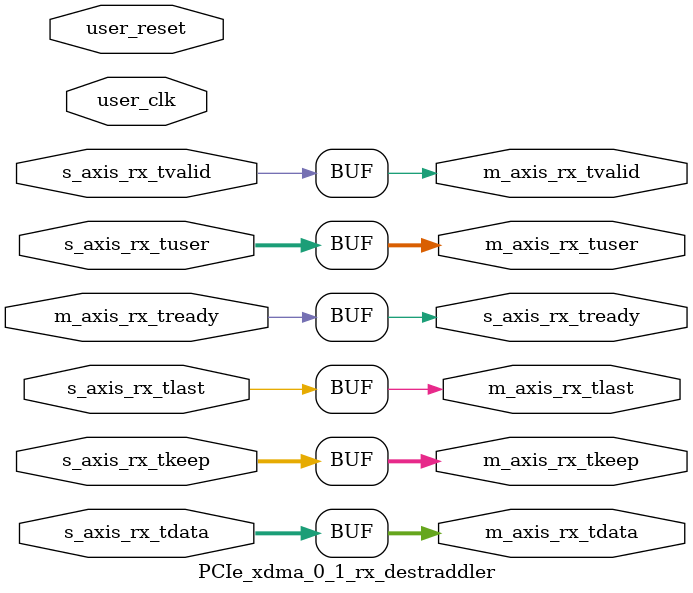
<source format=sv>


`timescale 1ps/1ps

module PCIe_xdma_0_1_rx_destraddler #(
  parameter C_AXI_DATA_WIDTH = 64,                     // RX/TX interface data width
  parameter C_KEEP_WIDTH     = C_AXI_DATA_WIDTH/8,     // TKEEP width
  parameter TCQ              = 1                       // Clock to Q time

  ) (

  input                         user_clk,
  input                         user_reset,

  //-------------------------------------------------
  // AXI-S RX Interface from PCIe Hard Block
  //-------------------------------------------------
  input  [C_AXI_DATA_WIDTH-1:0] s_axis_rx_tdata,       // RX data
  input                         s_axis_rx_tvalid,      // RX data is valid
  output reg                    s_axis_rx_tready,      // RX ready for data
  input      [C_KEEP_WIDTH-1:0] s_axis_rx_tkeep,       // RX strobe byte enables
  input                         s_axis_rx_tlast,       // RX data is last
  input                  [21:0] s_axis_rx_tuser,       // RX user signals

  //-------------------------------------------------
  // AXI-S RX Interface to RX Demux
  //-------------------------------------------------
  output reg [C_AXI_DATA_WIDTH-1:0] m_axis_rx_tdata,       // RX data
  output reg                        m_axis_rx_tvalid,      // RX data is valid
  input                             m_axis_rx_tready,      // RX ready for data
  output reg    [C_KEEP_WIDTH-1:0]  m_axis_rx_tkeep,       // RX strobe byte enables
  output reg                        m_axis_rx_tlast,       // RX data is last
  output reg                [21:0]  m_axis_rx_tuser        // RX user signals

);

generate
if(C_AXI_DATA_WIDTH == 128) begin : data_width_128

  // Local parameters

  localparam NORMAL_PACKET    = 2'b00;
  localparam STRADDLED_PACKET = 2'b01;
  localparam THROTTLE_TLP     = 2'b10;

  // Wire and Register Declarations

  reg [1:0]  state;
  reg [63:0] prev_data_half;
  reg [7:0]  prev_keep_half;
  reg [21:0] prev_user_half;


  always @(posedge user_clk) begin

    if (user_reset) begin

      state <= #TCQ NORMAL_PACKET;

    end else begin

      if (m_axis_rx_tready) begin

        // Store higher DWs in case it's straddled packet
        prev_data_half <= #TCQ s_axis_rx_tdata[127:64];
        prev_keep_half <= #TCQ s_axis_rx_tkeep[15:8];
        prev_user_half <= #TCQ s_axis_rx_tuser;

        case (state)

        NORMAL_PACKET: begin

          if (s_axis_rx_tuser[14] && s_axis_rx_tuser[13]) begin // SOF && Start @ DW2/3

            state           <= #TCQ STRADDLED_PACKET;

          end

        end // NORMAL_PACKET

        STRADDLED_PACKET: begin

          if (s_axis_rx_tuser[21] && !s_axis_rx_tuser[14]) begin // EOF && !SOF

            if (s_axis_rx_tuser[20]) begin          // EOF @ DW2/3
              state           <= #TCQ THROTTLE_TLP;
            end else begin                          // EOF @ DW0/1
              state           <= #TCQ NORMAL_PACKET;
            end

          end // EOF && !SOF

          // Note for all possible conditions in this state:
          // else if EOF && SOF  : SOF can only start @ DW2/3, so EOF can only be @ DW0/1. Stay in this state
          // else if !EOF && SOF : Will never have SOF only in this state. Stay in this state
          // else if !EOF && !SOF: No change. Stay in this state

        end // STRADDLED_PACKET

        THROTTLE_TLP: begin

          state <= #TCQ NORMAL_PACKET;

        end // THROTTLE_TLP

        default: begin

          state <= #TCQ NORMAL_PACKET;

        end // default

        endcase

      end // s_axis_rx_tready
    end // reset
  end // always

  always @(*) begin

      case (state)

      NORMAL_PACKET: begin

        m_axis_rx_tdata  = s_axis_rx_tdata;
        m_axis_rx_tvalid = s_axis_rx_tvalid;
        s_axis_rx_tready = m_axis_rx_tready;
        m_axis_rx_tkeep  =   (s_axis_rx_tuser[20:19] == 2'b00) ? 16'h000F :
                           ( (s_axis_rx_tuser[20:19] == 2'b01) ? 16'h00FF :
                           ( (s_axis_rx_tuser[20:19] == 2'b10) ? 16'h0FFF :
                                                                 16'hFFFF ));

        m_axis_rx_tlast  = s_axis_rx_tuser[21];

        // If EOF or (EOF and SOF), zero out SOF field. If SOF, the EOF field is already zero in this state
        m_axis_rx_tuser  = s_axis_rx_tuser[21] ? ( {s_axis_rx_tuser[21:15], 5'b0, s_axis_rx_tuser[9:0]} ) :
                                                 ( s_axis_rx_tuser                                      ) ;

      end

      STRADDLED_PACKET: begin

        m_axis_rx_tdata  = {s_axis_rx_tdata[63:0], prev_data_half};
        m_axis_rx_tvalid = s_axis_rx_tvalid;
        s_axis_rx_tready = m_axis_rx_tready;

        m_axis_rx_tkeep  = { ((s_axis_rx_tuser[20:19] == 2'b00) ? 8'h0F : 8'hFF),
                             8'hFF
                           };

        m_axis_rx_tlast  = (s_axis_rx_tuser[21] && s_axis_rx_tuser[20]) ? 1'b0 : 1'b1;

        // If SOF seen previously, zero out EOF. If EOF or (EOF and SOF) currently, zero out SOF field.
        m_axis_rx_tuser  = prev_user_half[14] ? {5'b0, prev_user_half[16:0]} :
                                                ( s_axis_rx_tuser[21] ? ( {s_axis_rx_tuser[21:15], 5'b0, s_axis_rx_tuser[9:0]} ) :
                                                                        ( s_axis_rx_tuser                                      )
                                                );

      end

      THROTTLE_TLP: begin

        m_axis_rx_tdata  = {64'h0, prev_data_half};
        m_axis_rx_tvalid = 1'b1;
        s_axis_rx_tready = 1'b0;

        m_axis_rx_tkeep  = { 8'h0, 
                             ((prev_user_half[20:19] == 2'b00) ? 8'h0F : 8'hFF)
                           };

        m_axis_rx_tlast  = 1'b1;
        m_axis_rx_tuser  = {prev_user_half[21:15], 5'b0, prev_user_half[9:0]}; // Zero out SOF field

      end

      default: begin

        m_axis_rx_tdata  = s_axis_rx_tdata;
        m_axis_rx_tvalid = s_axis_rx_tvalid;
        s_axis_rx_tready = m_axis_rx_tready;
        m_axis_rx_tkeep  = s_axis_rx_tkeep;
        m_axis_rx_tlast  = s_axis_rx_tuser[21];
        m_axis_rx_tuser  = s_axis_rx_tuser;

      end

      endcase

  end // always

end // data_width_128
else begin: data_width_64

  // No straddling in 64-bit mode. Pass through all signals as is
  always @(*) begin

    m_axis_rx_tdata  = s_axis_rx_tdata;
    m_axis_rx_tvalid = s_axis_rx_tvalid;
    s_axis_rx_tready = m_axis_rx_tready;
    m_axis_rx_tkeep  = s_axis_rx_tkeep;
    m_axis_rx_tlast  = s_axis_rx_tlast;
    m_axis_rx_tuser  = s_axis_rx_tuser;

  end // always

end // data_width_64
endgenerate

endmodule

</source>
